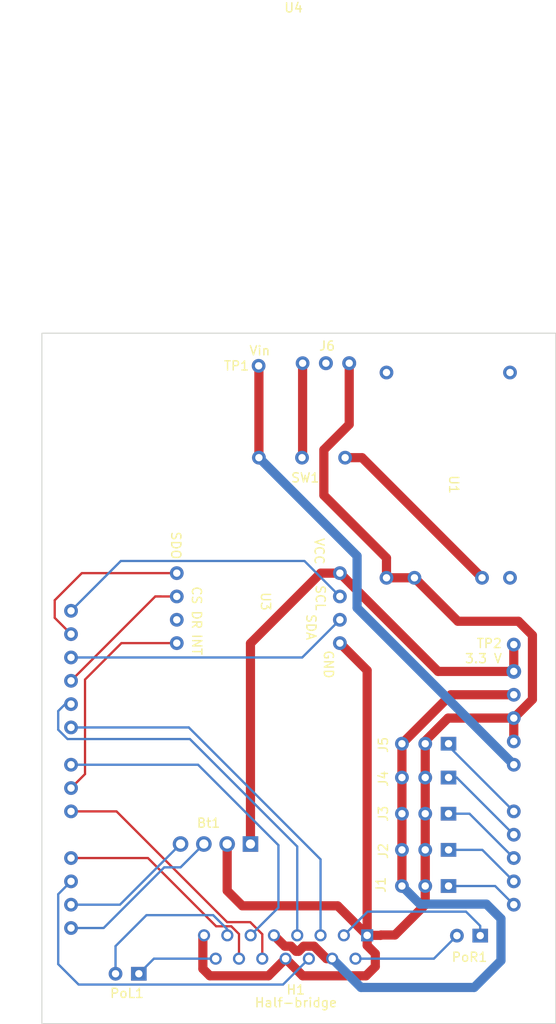
<source format=kicad_pcb>
(kicad_pcb (version 20211014) (generator pcbnew)
  (layers (0 "F.Cu" signal) (31 "B.Cu" power) (34 "B.Paste" user) (35 "F.Paste" user) (36 "B.SilkS" user "B.Silkscreen") (37 "F.SilkS" user "F.Silkscreen") (38 "B.Mask" user) (39 "F.Mask" user) (44 "Edge.Cuts" user))
  (net 0 "")
  (net 1 "GND")
  (net 2 "Net-(H1-Pad2)")
  (net 3 "Net-(H1-Pad3)")
  (net 4 "/3.3V")
  (net 5 "Net-(H1-Pad13)")
  (net 6 "Net-(H1-Pad14)")
  (net 7 "Net-(U3-Pad2)")
  (net 9 "Net-(U3-Pad4)")
  (net 10 "Net-(U3-Pad6)")
  (net 11 "Net-(U3-Pad7)")
  (net 12 "Net-(J3-Pad1)")
  (net 13 "/5V")
  (net 18 "/Vin")
  (net 19 "/chrg+")
  (net 20 "/Batt+")
  (net 21 "Net-(J2-Pad1)")
  (net 22 "Net-(Bt1-Pad3)")
  (net 23 "Net-(U3-Pad1)")
  (net 24 "Net-(J1-Pad1)")
  (net 25 "Net-(H1-Pad7)")
  (net 26 "Net-(H1-Pad12)")
  (net 27 "Net-(H1-Pad10)")
  (net 28 "Net-(H1-Pad11)")
  (net 29 "Net-(J4-Pad1)")
  (net 30 "Net-(H1-Pad5)")
  (net 31 "Net-(H1-Pad6)")
  (net 32 "Net-(Bt1-Pad4)")
  (net 33 "Net-(U4-Pad114)")
  (footprint "Connector_PinHeader_2.54mm:PinHeader_1x03_P2.54mm_Vertical" (layer "F.Cu") (at 147.32 122.174 -90)
    (fp_text reference "J2" (at 0.127 7.112 90) (layer "F.SilkS"))
    (fp_text value "IR_sensor")
    (pad "1" thru_hole rect (at 0 0 270) (size 1.5 1.7) (drill 0.8) (layers *.Cu *.Mask) (net 12 "Net-(J3-Pad1)"))
    (pad "2" thru_hole circle (at 0 2.54 270) (size 1.5 1.5) (drill 0.8) (layers *.Cu *.Mask) (net 1 "GND"))
    (pad "3" thru_hole circle (at 0 5.08 270) (size 1.5 1.5) (drill 0.8) (layers *.Cu *.Mask) (net 13 "/5V"))
  )
  (footprint "Connector_PinHeader_2.54mm:PinHeader_1x02_P2.54mm_Horizontal" (layer "F.Cu") (at 113.56205 135.666 -90)
    (fp_text reference "PoL1" (at 2.129 1.29405 180) (layer "F.SilkS"))
    (fp_text value "DC-motor_L")
    (pad "1" thru_hole rect (at 0 0 270) (size 1.5 1.7) (drill 0.8) (layers *.Cu *.Mask) (net 6 "Net-(H1-Pad14)"))
    (pad "2" thru_hole circle (at 0 2.54 270) (size 1.5 1.5) (drill 0.8) (layers *.Cu *.Mask) (net 5 "Net-(H1-Pad13)"))
  )
  (footprint "Omat:GY-50" (layer "F.Cu") (at 115.03 84.296 -90)
    (fp_text reference "U3" (at 10.827 -12.351 -90 unlocked) (layer "F.SilkS"))
    (fp_text value "gy50")
    (fp_text user "INT" (at 15.526 -4.858 -90 unlocked) (layer "F.SilkS"))
    (fp_text user "VCC" (at 5.366 -18.193 -90 unlocked) (layer "F.SilkS"))
    (fp_text user "CS" (at 10.16 -4.826 -90 unlocked) (layer "F.SilkS"))
    (fp_text user "SCL" (at 10.446 -18.32 -90 unlocked) (layer "F.SilkS"))
    (fp_text user "DR" (at 12.827 -4.826 -90 unlocked) (layer "F.SilkS"))
    (fp_text user "GND" (at 17.685 -19.209 -90 unlocked) (layer "F.SilkS"))
    (fp_text user "SDA" (at 13.621 -17.304 -90 unlocked) (layer "F.SilkS"))
    (fp_text user "SDO" (at 4.731 -2.572 -90 unlocked) (layer "F.SilkS"))
    (pad "1" thru_hole circle (at 7.747 -2.667 270) (size 1.5 1.5) (drill 0.8) (layers *.Cu *.Mask) (net 23 "Net-(U3-Pad1)"))
    (pad "2" thru_hole circle (at 10.287 -2.667 270) (size 1.5 1.5) (drill 0.8) (layers *.Cu *.Mask) (net 7 "Net-(U3-Pad2)"))
    (pad "3" thru_hole circle (at 12.827 -2.667 270) (size 1.5 1.5) (drill 0.8) (layers *.Cu *.Mask))
    (pad "4" thru_hole circle (at 15.367 -2.667 270) (size 1.5 1.5) (drill 0.8) (layers *.Cu *.Mask) (net 9 "Net-(U3-Pad4)"))
    (pad "5" thru_hole circle (at 7.747 -20.447 270) (size 1.5 1.5) (drill 0.8) (layers *.Cu *.Mask) (net 4 "/3.3V"))
    (pad "6" thru_hole circle (at 10.287 -20.447 270) (size 1.5 1.5) (drill 0.8) (layers *.Cu *.Mask) (net 10 "Net-(U3-Pad6)"))
    (pad "7" thru_hole circle (at 12.827 -20.447 270) (size 1.5 1.5) (drill 0.8) (layers *.Cu *.Mask) (net 11 "Net-(U3-Pad7)"))
    (pad "8" thru_hole circle (at 15.367 -20.447 270) (size 1.5 1.5) (drill 0.8) (layers *.Cu *.Mask) (net 1 "GND"))
  )
  (footprint "Connector_Pin:Pin_D0.7mm_L6.5mm_W1.8mm_FlatFork" (layer "F.Cu") (at 126.619 69.469)
    (fp_text reference "TP1" (at -2.413 0) (layer "F.SilkS"))
    (fp_text value "TestPoint")
    (pad "1" thru_hole circle (at 0 0) (size 1.5 1.5) (drill 0.8) (layers *.Cu *.Mask) (net 18 "/Vin"))
  )
  (footprint "Connector_PinHeader_2.54mm:PinHeader_1x04_P2.54mm_Vertical" (layer "F.Cu") (at 125.73 121.539 -90)
    (fp_text reference "Bt1" (at -2.286 4.572 180) (layer "F.SilkS"))
    (fp_text value "Bluetooth_module")
    (pad "1" thru_hole rect (at 0 0 270) (size 1.7 1.7) (drill 1) (layers *.Cu *.Mask) (net 4 "/3.3V"))
    (pad "2" thru_hole oval (at 0 2.54 270) (size 1.7 1.7) (drill 1) (layers *.Cu *.Mask) (net 1 "GND"))
    (pad "3" thru_hole oval (at 0 5.08 270) (size 1.7 1.7) (drill 1) (layers *.Cu *.Mask) (net 22 "Net-(Bt1-Pad3)"))
    (pad "4" thru_hole oval (at 0 7.62 270) (size 1.7 1.7) (drill 1) (layers *.Cu *.Mask) (net 32 "Net-(Bt1-Pad4)"))
  )
  (footprint "Omat:SPDT" (layer "F.Cu") (at 137.954 75.406 180)
    (fp_text reference "SW1" (at 6.255 -6.255 unlocked) (layer "F.SilkS"))
    (fp_text value "Pwr_Sw")
    (pad "1" thru_hole circle (at 11.303 -4.064 180) (size 1.5 1.5) (drill 0.8) (layers *.Cu *.Mask) (net 18 "/Vin"))
    (pad "2" thru_hole circle (at 6.604 -4.064 180) (size 1.5 1.5) (drill 0.8) (layers *.Cu *.Mask) (net 20 "/Batt+"))
    (pad "3" thru_hole circle (at 1.905 -4.064 180) (size 1.5 1.5) (drill 0.8) (layers *.Cu *.Mask) (net 19 "/chrg+"))
  )
  (footprint "Connector_PinHeader_2.54mm:PinHeader_1x03_P2.54mm_Vertical" (layer "F.Cu") (at 147.32 118.237 -90)
    (fp_text reference "J3" (at 0 7.112 90) (layer "F.SilkS"))
    (fp_text value "IR_sensor")
    (pad "1" thru_hole rect (at 0 0 270) (size 1.5 1.7) (drill 0.8) (layers *.Cu *.Mask) (net 21 "Net-(J2-Pad1)"))
    (pad "2" thru_hole circle (at 0 2.54 270) (size 1.5 1.5) (drill 0.8) (layers *.Cu *.Mask) (net 1 "GND"))
    (pad "3" thru_hole circle (at 0 5.08 270) (size 1.5 1.5) (drill 0.8) (layers *.Cu *.Mask) (net 13 "/5V"))
  )
  (footprint "Connector_PinHeader_2.54mm:PinHeader_1x03_P2.54mm_Vertical" (layer "F.Cu") (at 147.32 114.3 -90)
    (fp_text reference "J4" (at 0.127 7.112 90) (layer "F.SilkS"))
    (fp_text value "IR_sensor")
    (pad "1" thru_hole rect (at 0 0 270) (size 1.5 1.7) (drill 0.8) (layers *.Cu *.Mask) (net 24 "Net-(J1-Pad1)"))
    (pad "2" thru_hole circle (at 0 2.54 270) (size 1.5 1.5) (drill 0.8) (layers *.Cu *.Mask) (net 1 "GND"))
    (pad "3" thru_hole circle (at 0 5.08 270) (size 1.5 1.5) (drill 0.8) (layers *.Cu *.Mask) (net 13 "/5V"))
  )
  (footprint "Connector_PinHeader_2.54mm:PinHeader_1x03_P2.54mm_Vertical" (layer "F.Cu") (at 147.32 110.617 -90)
    (fp_text reference "J5" (at 0.127 7.112 90) (layer "F.SilkS"))
    (fp_text value "IR_sensor")
    (pad "1" thru_hole rect (at 0 0 270) (size 1.5 1.7) (drill 0.8) (layers *.Cu *.Mask) (net 33 "Net-(U4-Pad114)"))
    (pad "2" thru_hole circle (at 0 2.54 270) (size 1.5 1.5) (drill 0.8) (layers *.Cu *.Mask) (net 1 "GND"))
    (pad "3" thru_hole circle (at 0 5.08 270) (size 1.5 1.5) (drill 0.8) (layers *.Cu *.Mask) (net 13 "/5V"))
  )
  (footprint "Omat:TPS4056" (layer "F.Cu") (at 138.779 67.659 -90)
    (fp_text reference "U1" (at 14.732 -9.12 -90 unlocked) (layer "F.SilkS"))
    (fp_text value "pwr_mgr_1")
    (pad "1" thru_hole circle (at 24.892 -1.778 270) (size 1.5 1.5) (drill 0.8) (layers *.Cu *.Mask) (net 1 "GND"))
    (pad "2" thru_hole circle (at 24.892 -4.826 270) (size 1.5 1.5) (drill 0.8) (layers *.Cu *.Mask) (net 1 "GND"))
    (pad "3" thru_hole circle (at 24.892 -12.192 270) (size 1.5 1.5) (drill 0.8) (layers *.Cu *.Mask) (net 19 "/chrg+"))
    (pad "4" thru_hole circle (at 24.892 -15.24 270) (size 1.5 1.5) (drill 0.8) (layers *.Cu *.Mask))
    (pad "5" thru_hole circle (at 2.54 -1.778 270) (size 1.5 1.5) (drill 0.8) (layers *.Cu *.Mask))
    (pad "6" thru_hole circle (at 2.54 -15.24 270) (size 1.5 1.5) (drill 0.8) (layers *.Cu *.Mask))
  )
  (footprint "Connector_Pin:Pin_D0.7mm_L6.5mm_W1.8mm_FlatFork" (layer "F.Cu") (at 154.432 99.822)
    (fp_text reference "TP2" (at -2.667 -0.127) (layer "F.SilkS"))
    (fp_text value "TestPoint")
    (pad "1" thru_hole circle (at 0 0) (size 1.5 1.5) (drill 0.8) (layers *.Cu *.Mask) (net 4 "/3.3V"))
  )
  (footprint "Connector_PinHeader_2.54mm:PinHeader_1x02_P2.54mm_Horizontal" (layer "F.Cu") (at 150.77305 131.515 -90)
    (fp_text reference "PoR1" (at 2.343 1.16705 180) (layer "F.SilkS"))
    (fp_text value "DC-motor_R")
    (pad "1" thru_hole rect (at 0 0 270) (size 1.5 1.7) (drill 0.8) (layers *.Cu *.Mask) (net 3 "Net-(H1-Pad3)"))
    (pad "2" thru_hole circle (at 0 2.54 270) (size 1.5 1.5) (drill 0.8) (layers *.Cu *.Mask) (net 2 "Net-(H1-Pad2)"))
  )
  (footprint "Omat:Connector_3pin" (layer "F.Cu") (at 137.6365 67.913 180)
    (fp_text reference "J6" (at 3.556 0.603 unlocked) (layer "F.SilkS"))
    (fp_text value "BATT")
    (pad "1" thru_hole circle (at 1.143 -1.27 180) (size 1.524 1.524) (drill 0.8) (layers *.Cu *.Mask) (net 1 "GND"))
    (pad "2" thru_hole circle (at 3.683 -1.27 180) (size 1.524 1.524) (drill 0.8) (layers *.Cu *.Mask))
    (pad "3" thru_hole circle (at 6.223 -1.27 180) (size 1.5 1.5) (drill 0.8) (layers *.Cu *.Mask) (net 20 "/Batt+"))
  )
  (footprint "Omat:L298HN" (layer "F.Cu") (at 138.44905 131.4831 180)
    (fp_text reference "H1" (at 7.7851 -5.9309 180) (layer "F.SilkS"))
    (fp_text value "Half-bridge" (at 7.76605 -7.3279 180) (layer "F.SilkS"))
    (pad "1" thru_hole rect (at 0 0 180) (size 1.3208 1.3208) (drill 0.8128) (layers *.Cu *.Mask) (net 1 "GND"))
    (pad "2" thru_hole circle (at 1.27 -2.54 180) (size 1.3208 1.3208) (drill 0.8128) (layers *.Cu *.Mask) (net 2 "Net-(H1-Pad2)"))
    (pad "3" thru_hole circle (at 2.54 0 180) (size 1.3208 1.3208) (drill 0.8128) (layers *.Cu *.Mask) (net 3 "Net-(H1-Pad3)"))
    (pad "4" thru_hole circle (at 3.81 -2.54 180) (size 1.3208 1.3208) (drill 0.8128) (layers *.Cu *.Mask) (net 13 "/5V"))
    (pad "5" thru_hole circle (at 5.08 0 180) (size 1.3208 1.3208) (drill 0.8128) (layers *.Cu *.Mask) (net 30 "Net-(H1-Pad5)"))
    (pad "6" thru_hole circle (at 6.35 -2.54 180) (size 1.3208 1.3208) (drill 0.8128) (layers *.Cu *.Mask) (net 31 "Net-(H1-Pad6)"))
    (pad "7" thru_hole circle (at 7.62 0 180) (size 1.3208 1.3208) (drill 0.8128) (layers *.Cu *.Mask) (net 25 "Net-(H1-Pad7)"))
    (pad "8" thru_hole circle (at 8.89 -2.54 180) (size 1.3208 1.3208) (drill 0.8128) (layers *.Cu *.Mask) (net 1 "GND"))
    (pad "9" thru_hole circle (at 10.16 0 180) (size 1.3208 1.3208) (drill 0.8128) (layers *.Cu *.Mask) (net 13 "/5V"))
    (pad "10" thru_hole circle (at 11.43 -2.54 180) (size 1.3208 1.3208) (drill 0.8128) (layers *.Cu *.Mask) (net 27 "Net-(H1-Pad10)"))
    (pad "11" thru_hole circle (at 12.7 0 180) (size 1.3208 1.3208) (drill 0.8128) (layers *.Cu *.Mask) (net 28 "Net-(H1-Pad11)"))
    (pad "12" thru_hole circle (at 13.97 -2.54 180) (size 1.3208 1.3208) (drill 0.8128) (layers *.Cu *.Mask) (net 26 "Net-(H1-Pad12)"))
    (pad "13" thru_hole circle (at 15.24 0 180) (size 1.3208 1.3208) (drill 0.8128) (layers *.Cu *.Mask) (net 5 "Net-(H1-Pad13)"))
    (pad "14" thru_hole circle (at 16.51 -2.54 180) (size 1.3208 1.3208) (drill 0.8128) (layers *.Cu *.Mask) (net 6 "Net-(H1-Pad14)"))
    (pad "15" thru_hole circle (at 17.78 0 180) (size 1.3208 1.3208) (drill 0.8128) (layers *.Cu *.Mask) (net 1 "GND"))
  )
  (footprint "Omat:ST_Morpho_Connector_144_STLink_MountingHoles_modded" (layer "F.Cu") (at 98.679 67.313)
    (fp_text reference "U4" (at 31.75 -36.83) (layer "F.SilkS"))
    (fp_text value "NUCLEO144-F429ZI")
    (pad "16" thru_hole circle (at 55.753 35.433) (size 1.6 1.6) (drill 0.8) (layers *.Cu *.Mask) (net 4 "/3.3V"))
    (pad "18" thru_hole circle (at 55.753 37.973) (size 1.5 1.5) (drill 0.8) (layers *.Cu *.Mask) (net 13 "/5V"))
    (pad "24" thru_hole circle (at 55.753 45.593) (size 1.5 1.5) (drill 0.8) (layers *.Cu *.Mask) (net 18 "/Vin"))
    (pad "37" thru_hole circle (at 55.753 55.753) (size 1.5 1.5) (drill 0.8) (layers *.Cu *.Mask) (net 21 "Net-(J2-Pad1)"))
    (pad "38" thru_hole circle (at 55.753 53.213) (size 1.5 1.5) (drill 0.8) (layers *.Cu *.Mask) (net 24 "Net-(J1-Pad1)"))
    (pad "63" thru_hole circle (at 7.493 63.373) (size 1.5 1.5) (drill 0.8) (layers *.Cu *.Mask) (net 22 "Net-(Bt1-Pad3)"))
    (pad "83" thru_hole circle (at 7.493 28.833) (size 1.5 1.5) (drill 0.8) (layers *.Cu *.Mask) (net 10 "Net-(U3-Pad6)"))
    (pad "85" thru_hole circle (at 7.493 31.373) (size 1.5 1.5) (drill 0.8) (layers *.Cu *.Mask) (net 23 "Net-(U3-Pad1)"))
    (pad "87" thru_hole circle (at 7.493 33.913) (size 1.5 1.5) (drill 0.8) (layers *.Cu *.Mask) (net 11 "Net-(U3-Pad7)"))
    (pad "108" thru_hole circle (at 55.753 60.833) (size 1.5 1.5) (drill 0.8) (layers *.Cu *.Mask) (net 29 "Net-(J4-Pad1)"))
    (pad "114" thru_hole circle (at 55.753 50.673) (size 1.5 1.5) (drill 0.8) (layers *.Cu *.Mask) (net 33 "Net-(U4-Pad114)"))
    (pad "118" thru_hole circle (at 7.493 36.453) (size 1.5 1.5) (drill 0.8) (layers *.Cu *.Mask) (net 7 "Net-(U3-Pad2)"))
    (pad "120" thru_hole circle (at 7.493 38.993) (size 1.5 1.5) (drill 0.8) (layers *.Cu *.Mask) (net 25 "Net-(H1-Pad7)"))
    (pad "124" thru_hole circle (at 7.493 48.133) (size 1.5 1.5) (drill 0.8) (layers *.Cu *.Mask) (net 9 "Net-(U3-Pad4)"))
    (pad "127" thru_hole circle (at 7.493 55.753) (size 1.5 1.5) (drill 0.8) (layers *.Cu *.Mask) (net 26 "Net-(H1-Pad12)"))
    (pad "128" thru_hole circle (at 7.493 50.673) (size 1.5 1.5) (drill 0.8) (layers *.Cu *.Mask) (net 27 "Net-(H1-Pad10)"))
    (pad "129" thru_hole circle (at 7.493 45.593) (size 1.5 1.5) (drill 0.8) (layers *.Cu *.Mask) (net 28 "Net-(H1-Pad11)"))
    (pad "130" thru_hole circle (at 55.753 58.293) (size 1.5 1.5) (drill 0.8) (layers *.Cu *.Mask) (net 12 "Net-(J3-Pad1)"))
    (pad "131" thru_hole circle (at 7.493 41.533) (size 1.5 1.5) (drill 0.8) (layers *.Cu *.Mask) (net 30 "Net-(H1-Pad5)"))
    (pad "132" thru_hole circle (at 7.493 58.293) (size 1.5 1.5) (drill 0.8) (layers *.Cu *.Mask) (net 31 "Net-(H1-Pad6)"))
    (pad "133" thru_hole circle (at 7.493 60.833) (size 1.5 1.5) (drill 0.8) (layers *.Cu *.Mask) (net 32 "Net-(Bt1-Pad4)"))
    (pad "143" thru_hole circle (at 55.753 40.513) (size 1.5 1.5) (drill 0.8) (layers *.Cu *.Mask) (net 1 "GND"))
    (pad "144" thru_hole circle (at 55.753 43.053) (size 1.5 1.5) (drill 0.8) (layers *.Cu *.Mask) (net 1 "GND"))
  )
  (footprint "Connector_PinHeader_2.54mm:PinHeader_1x03_P2.54mm_Vertical" (layer "F.Cu") (at 147.32 126.111 -90)
    (fp_text reference "J1" (at -0.127 7.366 90) (layer "F.SilkS"))
    (fp_text value "IR_sensor")
    (pad "1" thru_hole rect (at 0 0 270) (size 1.5 1.7) (drill 0.8) (layers *.Cu *.Mask) (net 29 "Net-(J4-Pad1)"))
    (pad "2" thru_hole circle (at 0 2.54 270) (size 1.5 1.5) (drill 0.8) (layers *.Cu *.Mask) (net 1 "GND"))
    (pad "3" thru_hole circle (at 0 5.08 270) (size 1.5 1.5) (drill 0.8) (layers *.Cu *.Mask) (net 13 "/5V"))
  )
  (gr_rect (start 102.997 65.913) (end 159.004 141.097) (layer "Edge.Cuts") (width 0.1) (fill none))
  (gr_text "Vin" (at 126.746 67.818) (layer "F.SilkS") (effects (font (size 1 1))))
  (gr_text "3.3 V" (at 151.13 101.346) (layer "F.SilkS") (effects (font (size 1 1))))
  (segment (start 140.557 90.392) (end 140.557 92.551) (width 1) (layer "F.Cu") (net 1))
  (segment (start 143.605 92.551) (end 148.336 97.282) (width 1) (layer "F.Cu") (net 1))
  (segment (start 138.44905 131.4831) (end 139.9159 131.4831) (width 1) (layer "F.Cu") (net 1))
  (segment (start 141.478 131.445) (end 144.78 128.143) (width 1) (layer "F.Cu") (net 1))
  (segment (start 154.94 97.282) (end 156.464 98.806) (width 1) (layer "F.Cu") (net 1))
  (segment (start 144.78 118.237) (end 144.78 122.174) (width 1) (layer "F.Cu") (net 1))
  (segment (start 144.78 122.682) (end 144.78 126.619) (width 1) (layer "F.Cu") (net 1))
  (segment (start 136.4935 69.183) (end 136.4935 75.8505) (width 1) (layer "F.Cu") (net 1))
  (segment (start 123.19 126.619) (end 124.841 128.27) (width 1) (layer "F.Cu") (net 1))
  (segment (start 144.78 128.143) (end 144.78 126.111) (width 1) (layer "F.Cu") (net 1))
  (segment (start 144.78 122.174) (end 144.78 126.111) (width 1) (layer "F.Cu") (net 1))
  (segment (start 138.44905 132.588) (end 139.33805 133.477) (width 1) (layer "F.Cu") (net 1))
  (segment (start 133.731 83.566) (end 140.557 90.392) (width 1) (layer "F.Cu") (net 1))
  (segment (start 133.731 78.613) (end 133.731 83.566) (width 1) (layer "F.Cu") (net 1))
  (segment (start 138.44905 131.4831) (end 138.44905 102.63505) (width 1) (layer "F.Cu") (net 1))
  (segment (start 120.54205 135.128) (end 120.54205 131.6101) (width 1) (layer "F.Cu") (net 1))
  (segment (start 156.464 105.794) (end 154.432 107.826) (width 1) (layer "F.Cu") (net 1))
  (segment (start 135.23595 128.27) (end 138.44905 131.4831) (width 1) (layer "F.Cu") (net 1))
  (segment (start 131.42595 135.89) (end 129.55905 134.0231) (width 1) (layer "F.Cu") (net 1))
  (segment (start 139.33805 134.874) (end 138.32205 135.89) (width 1) (layer "F.Cu") (net 1))
  (segment (start 138.44905 131.4831) (end 138.44905 132.588) (width 1) (layer "F.Cu") (net 1))
  (segment (start 147.265978 107.826) (end 144.78 110.311978) (width 1) (layer "F.Cu") (net 1))
  (segment (start 123.19 121.539) (end 123.19 126.619) (width 1) (layer "F.Cu") (net 1))
  (segment (start 129.55905 134.0231) (end 127.69215 135.89) (width 1) (layer "F.Cu") (net 1))
  (segment (start 154.432 107.826) (end 147.265978 107.826) (width 1) (layer "F.Cu") (net 1))
  (segment (start 120.54205 131.6101) (end 120.66905 131.4831) (width 1) (layer "F.Cu") (net 1))
  (segment (start 144.78 114.3) (end 144.78 118.237) (width 1) (layer "F.Cu") (net 1))
  (segment (start 139.9159 131.4831) (end 139.954 131.445) (width 1) (layer "F.Cu") (net 1))
  (segment (start 148.336 97.282) (end 154.94 97.282) (width 1) (layer "F.Cu") (net 1))
  (segment (start 156.464 98.806) (end 156.464 105.794) (width 1) (layer "F.Cu") (net 1))
  (segment (start 144.78 110.617) (end 144.78 114.3) (width 1) (layer "F.Cu") (net 1))
  (segment (start 139.954 131.445) (end 141.478 131.445) (width 1) (layer "F.Cu") (net 1))
  (segment (start 139.33805 133.477) (end 139.33805 134.874) (width 1) (layer "F.Cu") (net 1))
  (segment (start 138.32205 135.89) (end 131.42595 135.89) (width 1) (layer "F.Cu") (net 1))
  (segment (start 121.30405 135.89) (end 120.54205 135.128) (width 1) (layer "F.Cu") (net 1))
  (segment (start 143.605 92.551) (end 140.557 92.551) (width 1) (layer "F.Cu") (net 1))
  (segment (start 138.44905 102.63505) (end 135.477 99.663) (width 1) (layer "F.Cu") (net 1))
  (segment (start 154.432 107.826) (end 154.432 110.366) (width 1) (layer "F.Cu") (net 1))
  (segment (start 136.4935 75.8505) (end 133.731 78.613) (width 1) (layer "F.Cu") (net 1))
  (segment (start 144.78 110.311978) (end 144.78 110.617) (width 1) (layer "F.Cu") (net 1))
  (segment (start 124.841 128.27) (end 135.23595 128.27) (width 1) (layer "F.Cu") (net 1))
  (segment (start 127.69215 135.89) (end 121.30405 135.89) (width 1) (layer "F.Cu") (net 1))
  (segment (start 145.72495 134.0231) (end 148.23305 131.515) (width 0.25) (layer "B.Cu") (net 2))
  (segment (start 137.17905 134.0231) (end 145.72495 134.0231) (width 0.25) (layer "B.Cu") (net 2))
  (segment (start 138.48715 128.905) (end 149.225 128.905) (width 0.25) (layer "B.Cu") (net 3))
  (segment (start 135.90905 131.4831) (end 138.48715 128.905) (width 0.25) (layer "B.Cu") (net 3))
  (segment (start 149.225 128.905) (end 150.77305 130.45305) (width 0.25) (layer "B.Cu") (net 3))
  (segment (start 150.77305 130.45305) (end 150.77305 131.515) (width 0.25) (layer "B.Cu") (net 3))
  (segment (start 125.73 99.695) (end 125.73 121.539) (width 1) (layer "F.Cu") (net 4))
  (segment (start 133.382 92.043) (end 125.73 99.695) (width 1) (layer "F.Cu") (net 4))
  (segment (start 146.18 102.746) (end 154.432 102.746) (width 1) (layer "F.Cu") (net 4))
  (segment (start 135.477 92.043) (end 133.382 92.043) (width 1) (layer "F.Cu") (net 4))
  (segment (start 135.477 92.043) (end 146.18 102.746) (width 1) (layer "F.Cu") (net 4))
  (segment (start 154.432 102.746) (end 154.432 99.822) (width 1) (layer "F.Cu") (net 4))
  (segment (start 123.20905 130.82905) (end 121.666 129.286) (width 0.25) (layer "B.Cu") (net 5))
  (segment (start 123.20905 131.4831) (end 123.20905 130.82905) (width 0.25) (layer "B.Cu") (net 5))
  (segment (start 114.39405 129.286) (end 111.02205 132.658) (width 0.25) (layer "B.Cu") (net 5))
  (segment (start 111.02205 132.658) (end 111.02205 135.666) (width 0.25) (layer "B.Cu") (net 5))
  (segment (start 121.666 129.286) (end 114.39405 129.286) (width 0.25) (layer "B.Cu") (net 5))
  (segment (start 121.93905 134.0231) (end 115.20495 134.0231) (width 0.25) (layer "B.Cu") (net 6))
  (segment (start 115.20495 134.0231) (end 113.56205 135.666) (width 0.25) (layer "B.Cu") (net 6))
  (segment (start 115.983 94.583) (end 115.348 94.583) (width 0.25) (layer "F.Cu") (net 7))
  (segment (start 106.172 103.766) (end 115.355 94.583) (width 0.25) (layer "F.Cu") (net 7))
  (segment (start 115.355 94.583) (end 115.983 94.583) (width 0.25) (layer "F.Cu") (net 7))
  (segment (start 117.697 94.583) (end 115.983 94.583) (width 0.25) (layer "F.Cu") (net 7))
  (segment (start 111.665 99.663) (end 107.696 103.632) (width 0.25) (layer "F.Cu") (net 9))
  (segment (start 107.696 113.922) (end 106.172 115.446) (width 0.25) (layer "F.Cu") (net 9))
  (segment (start 107.696 103.632) (end 107.696 113.922) (width 0.25) (layer "F.Cu") (net 9))
  (segment (start 117.697 99.663) (end 111.665 99.663) (width 0.25) (layer "F.Cu") (net 9))
  (segment (start 135.477 94.583) (end 131.612489 90.718489) (width 0.25) (layer "B.Cu") (net 10))
  (segment (start 111.599511 90.718489) (end 106.172 96.146) (width 0.25) (layer "B.Cu") (net 10))
  (segment (start 131.612489 90.718489) (end 111.599511 90.718489) (width 0.25) (layer "B.Cu") (net 10))
  (segment (start 135.477 97.123) (end 131.374 101.226) (width 0.25) (layer "B.Cu") (net 11))
  (segment (start 131.374 101.226) (end 106.172 101.226) (width 0.25) (layer "B.Cu") (net 11))
  (segment (start 151 122.174) (end 154.432 125.606) (width 0.25) (layer "B.Cu") (net 12))
  (segment (start 147.32 122.174) (end 151 122.174) (width 0.25) (layer "B.Cu") (net 12))
  (segment (start 129.469139 132.663189) (end 130.142239 132.663189) (width 1) (layer "F.Cu") (net 13))
  (segment (start 142.24 122.174) (end 142.24 126.111) (width 1) (layer "F.Cu") (net 13))
  (segment (start 131.535755 132.663189) (end 132.662345 132.663189) (width 1) (layer "F.Cu") (net 13))
  (segment (start 142.24 114.3) (end 142.24 118.237) (width 1) (layer "F.Cu") (net 13))
  (segment (start 142.24 118.237) (end 142.24 122.174) (width 1) (layer "F.Cu") (net 13))
  (segment (start 130.142239 132.663189) (end 130.70205 133.223) (width 1) (layer "F.Cu") (net 13))
  (segment (start 134.022256 134.0231) (end 134.63905 134.0231) (width 1) (layer "F.Cu") (net 13))
  (segment (start 128.28905 131.4831) (end 129.469139 132.663189) (width 1) (layer "F.Cu") (net 13))
  (segment (start 130.975944 133.223) (end 131.535755 132.663189) (width 1) (layer "F.Cu") (net 13))
  (segment (start 132.662345 132.663189) (end 134.022256 134.0231) (width 1) (layer "F.Cu") (net 13))
  (segment (start 130.70205 133.223) (end 130.975944 133.223) (width 1) (layer "F.Cu") (net 13))
  (segment (start 154.432 105.286) (end 147.571 105.286) (width 1) (layer "F.Cu") (net 13))
  (segment (start 147.571 105.286) (end 142.24 110.617) (width 1) (layer "F.Cu") (net 13))
  (segment (start 142.24 110.617) (end 142.24 114.3) (width 1) (layer "F.Cu") (net 13))
  (segment (start 150.114 137.16) (end 153.035 134.239) (width 1) (layer "B.Cu") (net 13))
  (segment (start 153.035 129.667) (end 151.44848 128.08048) (width 1) (layer "B.Cu") (net 13))
  (segment (start 151.44848 128.08048) (end 144.20948 128.08048) (width 1) (layer "B.Cu") (net 13))
  (segment (start 144.20948 128.08048) (end 142.24 126.111) (width 1) (layer "B.Cu") (net 13))
  (segment (start 134.63905 134.0231) (end 137.77595 137.16) (width 1) (layer "B.Cu") (net 13))
  (segment (start 153.035 134.239) (end 153.035 129.667) (width 1) (layer "B.Cu") (net 13))
  (segment (start 137.77595 137.16) (end 150.114 137.16) (width 1) (layer "B.Cu") (net 13))
  (segment (start 126.651 69.374) (end 126.651 79.47) (width 1) (layer "F.Cu") (net 18))
  (segment (start 126.651 79.47) (end 137.351 90.17) (width 1) (layer "B.Cu") (net 18))
  (segment (start 137.351 90.17) (end 137.351 95.825) (width 1) (layer "B.Cu") (net 18))
  (segment (start 137.351 95.825) (end 154.432 112.906) (width 1) (layer "B.Cu") (net 18))
  (segment (start 137.89 79.47) (end 150.971 92.551) (width 1) (layer "F.Cu") (net 19))
  (segment (start 136.049 79.47) (end 137.89 79.47) (width 1) (layer "F.Cu") (net 19))
  (segment (start 131.4135 69.183) (end 131.4135 79.4065) (width 1) (layer "F.Cu") (net 20))
  (segment (start 149.603 118.237) (end 154.432 123.066) (width 0.25) (layer "B.Cu") (net 21))
  (segment (start 147.32 118.237) (end 149.603 118.237) (width 0.25) (layer "B.Cu") (net 21))
  (segment (start 120.65 121.539) (end 118.11 124.079) (width 0.25) (layer "B.Cu") (net 22))
  (segment (start 116.332 124.079) (end 117.094 124.079) (width 0.25) (layer "B.Cu") (net 22))
  (segment (start 118.11 124.079) (end 117.094 124.079) (width 0.25) (layer "B.Cu") (net 22))
  (segment (start 109.725 130.686) (end 116.332 124.079) (width 0.25) (layer "B.Cu") (net 22))
  (segment (start 106.172 130.686) (end 109.725 130.686) (width 0.25) (layer "B.Cu") (net 22))
  (segment (start 117.697 92.043) (end 107.347 92.043) (width 0.25) (layer "F.Cu") (net 23))
  (segment (start 104.394 94.996) (end 104.394 96.908) (width 0.25) (layer "F.Cu") (net 23))
  (segment (start 104.394 96.908) (end 106.172 98.686) (width 0.25) (layer "F.Cu") (net 23))
  (segment (start 107.347 92.043) (end 104.394 94.996) (width 0.25) (layer "F.Cu") (net 23))
  (segment (start 148.206 114.3) (end 154.432 120.526) (width 0.25) (layer "B.Cu") (net 24))
  (segment (start 147.32 114.3) (end 148.206 114.3) (width 0.25) (layer "B.Cu") (net 24))
  (segment (start 104.775 109.093) (end 104.775 107.061) (width 0.25) (layer "B.Cu") (net 25))
  (segment (start 105.53 106.306) (end 106.172 106.306) (width 0.25) (layer "B.Cu") (net 25))
  (segment (start 119.126 110.109) (end 105.791 110.109) (width 0.25) (layer "B.Cu") (net 25))
  (segment (start 130.82905 121.81205) (end 119.126 110.109) (width 0.25) (layer "B.Cu") (net 25))
  (segment (start 130.82905 131.4831) (end 130.82905 121.81205) (width 0.25) (layer "B.Cu") (net 25))
  (segment (start 104.775 107.061) (end 105.53 106.306) (width 0.25) (layer "B.Cu") (net 25))
  (segment (start 105.791 110.109) (end 104.775 109.093) (width 0.25) (layer "B.Cu") (net 25))
  (segment (start 123.640189 130.498189) (end 124.47905 131.33705) (width 0.25) (layer "F.Cu") (net 26))
  (segment (start 106.172 123.066) (end 114.557 123.066) (width 0.25) (layer "F.Cu") (net 26))
  (segment (start 114.557 123.066) (end 121.989189 130.498189) (width 0.25) (layer "F.Cu") (net 26))
  (segment (start 121.989189 130.498189) (end 123.640189 130.498189) (width 0.25) (layer "F.Cu") (net 26))
  (segment (start 124.47905 131.33705) (end 124.47905 134.0231) (width 0.25) (layer "F.Cu") (net 26))
  (segment (start 111.128 117.986) (end 123.19 130.048) (width 0.25) (layer "F.Cu") (net 27))
  (segment (start 123.19 130.048) (end 125.706826 130.048) (width 0.25) (layer "F.Cu") (net 27))
  (segment (start 106.172 117.986) (end 111.128 117.986) (width 0.25) (layer "F.Cu") (net 27))
  (segment (start 127.01905 131.360224) (end 127.01905 134.0231) (width 0.25) (layer "F.Cu") (net 27))
  (segment (start 125.706826 130.048) (end 127.01905 131.360224) (width 0.25) (layer "F.Cu") (net 27))
  (segment (start 128.778 121.666) (end 128.778 128.45415) (width 0.25) (layer "B.Cu") (net 28))
  (segment (start 128.778 128.45415) (end 125.74905 131.4831) (width 0.25) (layer "B.Cu") (net 28))
  (segment (start 120.018 112.906) (end 128.778 121.666) (width 0.25) (layer "B.Cu") (net 28))
  (segment (start 106.172 112.906) (end 120.018 112.906) (width 0.25) (layer "B.Cu") (net 28))
  (segment (start 152.397 126.111) (end 154.432 128.146) (width 0.25) (layer "B.Cu") (net 29))
  (segment (start 147.32 126.111) (end 152.397 126.111) (width 0.25) (layer "B.Cu") (net 29))
  (segment (start 118.999 108.839) (end 118.992 108.846) (width 0.25) (layer "B.Cu") (net 30))
  (segment (start 133.36905 123.20905) (end 118.999 108.839) (width 0.25) (layer "B.Cu") (net 30))
  (segment (start 118.992 108.846) (end 106.172 108.846) (width 0.25) (layer "B.Cu") (net 30))
  (segment (start 133.36905 131.4831) (end 133.36905 123.20905) (width 0.25) (layer "B.Cu") (net 30))
  (segment (start 104.775 134.62) (end 104.775 127.003) (width 0.25) (layer "B.Cu") (net 31))
  (segment (start 106.9975 136.8425) (end 104.775 134.62) (width 0.25) (layer "B.Cu") (net 31))
  (segment (start 104.775 127.003) (end 106.172 125.606) (width 0.25) (layer "B.Cu") (net 31))
  (segment (start 132.09905 134.0231) (end 129.27965 136.8425) (width 0.25) (layer "B.Cu") (net 31))
  (segment (start 129.27965 136.8425) (end 106.9975 136.8425) (width 0.25) (layer "B.Cu") (net 31))
  (segment (start 106.172 128.146) (end 111.503 128.146) (width 0.25) (layer "B.Cu") (net 32))
  (segment (start 111.503 128.146) (end 118.11 121.539) (width 0.25) (layer "B.Cu") (net 32))
  (segment (start 147.32 110.617) (end 147.32 110.874) (width 0.25) (layer "B.Cu") (net 33))
  (segment (start 147.32 110.874) (end 154.432 117.986) (width 0.25) (layer "B.Cu") (net 33))
)
</source>
